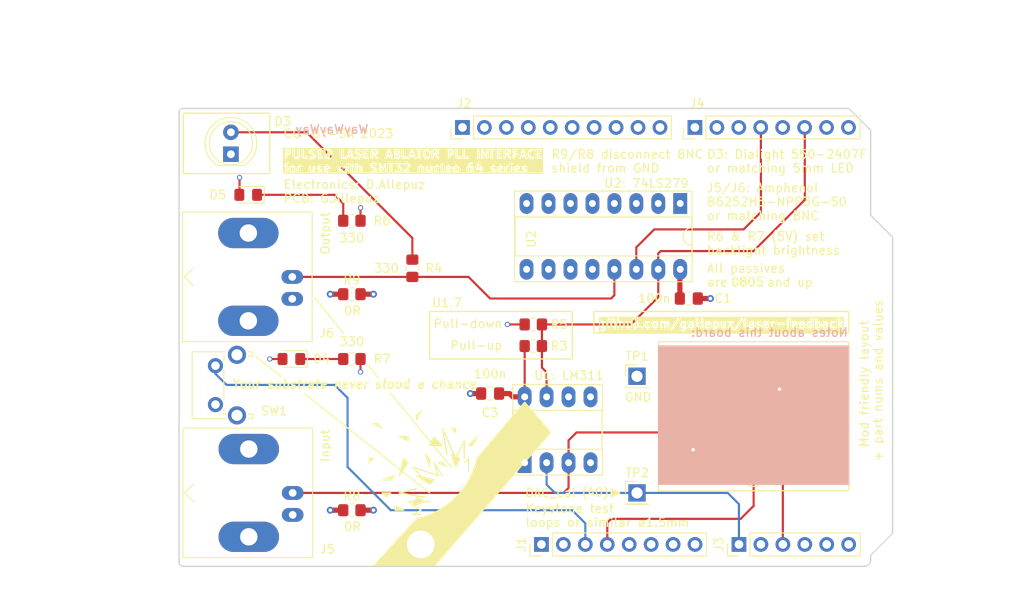
<source format=kicad_pcb>
(kicad_pcb (version 20221018) (generator pcbnew)
  (title_block (date "mar. 31 mars 2015"))
  (layers (0 "F.Cu" signal) (1 "In1.Cu" signal) (2 "In2.Cu" signal) (31 "B.Cu" signal) (34 "B.Paste" user) (35 "F.Paste" user) (36 "B.SilkS" user "B.Silkscreen") (37 "F.SilkS" user "F.Silkscreen") (38 "B.Mask" user) (39 "F.Mask" user) (44 "Edge.Cuts" user))
  (net 0 "")
  (net 1 "GND")
  (net 2 "Net-(D3-A)")
  (net 3 "+5V")
  (net 4 "/IOREF")
  (net 5 "/A0")
  (net 6 "/A1")
  (net 7 "/A2")
  (net 8 "/A3")
  (net 9 "/13")
  (net 10 "/12")
  (net 11 "/AREF")
  (net 12 "/8")
  (net 13 "/7")
  (net 14 "/*11")
  (net 15 "/*10")
  (net 16 "/*9")
  (net 17 "/4")
  (net 18 "/2")
  (net 19 "/*6")
  (net 20 "/*5")
  (net 21 "/TX{slash}1")
  (net 22 "/*3")
  (net 23 "/RX{slash}0")
  (net 24 "+3V3")
  (net 25 "VCC")
  (net 26 "/~{RESET}")
  (net 32 "Net-(J5-In)")
  (net 33 "Net-(J6-In)")
  (net 36 "Net-(D4-K)")
  (net 37 "Net-(D5-K)")
  (net 38 "Net-(J5-Ext)")
  (net 39 "Net-(J6-Ext)")
  (footprint "Connector_PinHeader_2.54mm:PinHeader_1x08_P2.54mm_Vertical" (layer "F.Cu") (at 127.94 97.46 90)
    (fp_text reference "J1" (at 0 -2.33 90) (layer "F.SilkS"))
    (fp_text value "Power")
    (fp_line (start -1.33 -1.33) (end 0 -1.33) (stroke (width 0.12)) (layer "F.SilkS"))
    (fp_line (start -1.33 0) (end -1.33 -1.33) (stroke (width 0.12)) (layer "F.SilkS"))
    (fp_line (start -1.33 1.27) (end -1.33 19.11) (stroke (width 0.12)) (layer "F.SilkS"))
    (fp_line (start -1.33 1.27) (end 1.33 1.27) (stroke (width 0.12)) (layer "F.SilkS"))
    (fp_line (start -1.33 19.11) (end 1.33 19.11) (stroke (width 0.12)) (layer "F.SilkS"))
    (fp_line (start 1.33 1.27) (end 1.33 19.11) (stroke (width 0.12)) (layer "F.SilkS"))
    (pad "1" thru_hole rect locked (at 0 0 90) (size 1.7 1.7) (drill 1) (layers "*.Cu" "*.Mask"))
    (pad "2" thru_hole oval locked (at 0 2.54 90) (size 1.7 1.7) (drill 1) (layers "*.Cu" "*.Mask") (net 4 "/IOREF"))
    (pad "3" thru_hole oval locked (at 0 5.08 90) (size 1.7 1.7) (drill 1) (layers "*.Cu" "*.Mask") (net 26 "/~{RESET}"))
    (pad "4" thru_hole oval locked (at 0 7.62 90) (size 1.7 1.7) (drill 1) (layers "*.Cu" "*.Mask") (net 24 "+3V3"))
    (pad "5" thru_hole oval locked (at 0 10.16 90) (size 1.7 1.7) (drill 1) (layers "*.Cu" "*.Mask") (net 3 "+5V"))
    (pad "6" thru_hole oval locked (at 0 12.7 90) (size 1.7 1.7) (drill 1) (layers "*.Cu" "*.Mask") (net 1 "GND"))
    (pad "7" thru_hole oval locked (at 0 15.24 90) (size 1.7 1.7) (drill 1) (layers "*.Cu" "*.Mask") (net 1 "GND"))
    (pad "8" thru_hole oval locked (at 0 17.78 90) (size 1.7 1.7) (drill 1) (layers "*.Cu" "*.Mask") (net 25 "VCC"))
  )
  (footprint "Connector_PinHeader_2.54mm:PinHeader_1x06_P2.54mm_Vertical" (layer "F.Cu") (at 150.8 97.46 90)
    (fp_text reference "J3" (at 0 -2.33 90) (layer "F.SilkS"))
    (fp_text value "Analog")
    (fp_line (start -1.33 -1.33) (end 0 -1.33) (stroke (width 0.12)) (layer "F.SilkS"))
    (fp_line (start -1.33 0) (end -1.33 -1.33) (stroke (width 0.12)) (layer "F.SilkS"))
    (fp_line (start -1.33 1.27) (end -1.33 14.03) (stroke (width 0.12)) (layer "F.SilkS"))
    (fp_line (start -1.33 1.27) (end 1.33 1.27) (stroke (width 0.12)) (layer "F.SilkS"))
    (fp_line (start -1.33 14.03) (end 1.33 14.03) (stroke (width 0.12)) (layer "F.SilkS"))
    (fp_line (start 1.33 1.27) (end 1.33 14.03) (stroke (width 0.12)) (layer "F.SilkS"))
    (pad "1" thru_hole rect locked (at 0 0 90) (size 1.7 1.7) (drill 1) (layers "*.Cu" "*.Mask") (net 5 "/A0"))
    (pad "2" thru_hole oval locked (at 0 2.54 90) (size 1.7 1.7) (drill 1) (layers "*.Cu" "*.Mask") (net 6 "/A1"))
    (pad "3" thru_hole oval locked (at 0 5.08 90) (size 1.7 1.7) (drill 1) (layers "*.Cu" "*.Mask") (net 7 "/A2"))
    (pad "4" thru_hole oval locked (at 0 7.62 90) (size 1.7 1.7) (drill 1) (layers "*.Cu" "*.Mask") (net 8 "/A3"))
    (pad "5" thru_hole oval locked (at 0 10.16 90) (size 1.7 1.7) (drill 1) (layers "*.Cu" "*.Mask"))
    (pad "6" thru_hole oval locked (at 0 12.7 90) (size 1.7 1.7) (drill 1) (layers "*.Cu" "*.Mask"))
  )
  (footprint "Connector_PinHeader_2.54mm:PinHeader_1x10_P2.54mm_Vertical" (layer "F.Cu") (at 118.8 49.2 90)
    (fp_text reference "J2" (at 2.8 0.204) (layer "F.SilkS"))
    (fp_text value "Digital/PWM")
    (fp_line (start -1.33 -1.33) (end 0 -1.33) (stroke (width 0.12)) (layer "F.SilkS"))
    (fp_line (start -1.33 0) (end -1.33 -1.33) (stroke (width 0.12)) (layer "F.SilkS"))
    (fp_line (start -1.33 1.27) (end -1.33 24.19) (stroke (width 0.12)) (layer "F.SilkS"))
    (fp_line (start -1.33 1.27) (end 1.33 1.27) (stroke (width 0.12)) (layer "F.SilkS"))
    (fp_line (start -1.33 24.19) (end 1.33 24.19) (stroke (width 0.12)) (layer "F.SilkS"))
    (fp_line (start 1.33 1.27) (end 1.33 24.19) (stroke (width 0.12)) (layer "F.SilkS"))
    (pad "1" thru_hole rect locked (at 0 0 90) (size 1.7 1.7) (drill 1) (layers "*.Cu" "*.Mask"))
    (pad "2" thru_hole oval locked (at 0 2.54 90) (size 1.7 1.7) (drill 1) (layers "*.Cu" "*.Mask"))
    (pad "3" thru_hole oval locked (at 0 5.08 90) (size 1.7 1.7) (drill 1) (layers "*.Cu" "*.Mask") (net 11 "/AREF"))
    (pad "4" thru_hole oval locked (at 0 7.62 90) (size 1.7 1.7) (drill 1) (layers "*.Cu" "*.Mask") (net 1 "GND"))
    (pad "5" thru_hole oval locked (at 0 10.16 90) (size 1.7 1.7) (drill 1) (layers "*.Cu" "*.Mask") (net 9 "/13"))
    (pad "6" thru_hole oval locked (at 0 12.7 90) (size 1.7 1.7) (drill 1) (layers "*.Cu" "*.Mask") (net 10 "/12"))
    (pad "7" thru_hole oval locked (at 0 15.24 90) (size 1.7 1.7) (drill 1) (layers "*.Cu" "*.Mask") (net 14 "/*11"))
    (pad "8" thru_hole oval locked (at 0 17.78 90) (size 1.7 1.7) (drill 1) (layers "*.Cu" "*.Mask") (net 15 "/*10"))
    (pad "9" thru_hole oval locked (at 0 20.32 90) (size 1.7 1.7) (drill 1) (layers "*.Cu" "*.Mask") (net 16 "/*9"))
    (pad "10" thru_hole oval locked (at 0 22.86 90) (size 1.7 1.7) (drill 1) (layers "*.Cu" "*.Mask") (net 12 "/8"))
  )
  (footprint "Connector_PinHeader_2.54mm:PinHeader_1x08_P2.54mm_Vertical" (layer "F.Cu") (at 145.7 49.2 90)
    (fp_text reference "J4" (at 2.8 0.28) (layer "F.SilkS"))
    (fp_text value "Digital/PWM")
    (fp_line (start -1.33 -1.33) (end 0 -1.33) (stroke (width 0.12)) (layer "F.SilkS"))
    (fp_line (start -1.33 0) (end -1.33 -1.33) (stroke (width 0.12)) (layer "F.SilkS"))
    (fp_line (start -1.33 1.27) (end -1.33 19.11) (stroke (width 0.12)) (layer "F.SilkS"))
    (fp_line (start -1.33 1.27) (end 1.33 1.27) (stroke (width 0.12)) (layer "F.SilkS"))
    (fp_line (start -1.33 19.11) (end 1.33 19.11) (stroke (width 0.12)) (layer "F.SilkS"))
    (fp_line (start 1.33 1.27) (end 1.33 19.11) (stroke (width 0.12)) (layer "F.SilkS"))
    (pad "1" thru_hole rect locked (at 0 0 90) (size 1.7 1.7) (drill 1) (layers "*.Cu" "*.Mask") (net 13 "/7"))
    (pad "2" thru_hole oval locked (at 0 2.54 90) (size 1.7 1.7) (drill 1) (layers "*.Cu" "*.Mask") (net 19 "/*6"))
    (pad "3" thru_hole oval locked (at 0 5.08 90) (size 1.7 1.7) (drill 1) (layers "*.Cu" "*.Mask") (net 20 "/*5"))
    (pad "4" thru_hole oval locked (at 0 7.62 90) (size 1.7 1.7) (drill 1) (layers "*.Cu" "*.Mask") (net 17 "/4"))
    (pad "5" thru_hole oval locked (at 0 10.16 90) (size 1.7 1.7) (drill 1) (layers "*.Cu" "*.Mask") (net 22 "/*3"))
    (pad "6" thru_hole oval locked (at 0 12.7 90) (size 1.7 1.7) (drill 1) (layers "*.Cu" "*.Mask") (net 18 "/2"))
    (pad "7" thru_hole oval locked (at 0 15.24 90) (size 1.7 1.7) (drill 1) (layers "*.Cu" "*.Mask") (net 21 "/TX{slash}1"))
    (pad "8" thru_hole oval locked (at 0 17.78 90) (size 1.7 1.7) (drill 1) (layers "*.Cu" "*.Mask") (net 23 "/RX{slash}0"))
  )
  (footprint "Diode_SMD:D_SOD-123" (layer "F.Cu") (at 152.5 86.2 90)
    (fp_text reference "D1" (at -3.8 0 90) (layer "F.SilkS"))
    (fp_text value "1N5711" hide)
    (fp_line (start -2.36 -1) (end -2.36 1) (stroke (width 0.12)) (layer "F.SilkS"))
    (fp_line (start -2.36 -1) (end 1.65 -1) (stroke (width 0.12)) (layer "F.SilkS"))
    (fp_line (start -2.36 1) (end 1.65 1) (stroke (width 0.12)) (layer "F.SilkS"))
    (pad "1" smd roundrect (at -1.65 0 90) (size 0.9 1.2) (layers "F.Cu" "F.Paste" "F.Mask") (net 24 "+3V3"))
    (pad "2" smd roundrect (at 1.65 0 90) (size 0.9 1.2) (layers "F.Cu" "F.Paste" "F.Mask") (net 7 "/A2"))
  )
  (footprint "Connector_PinHeader_2.54mm:PinHeader_1x01_P2.54mm_Vertical" (layer "F.Cu") (at 139 91.5)
    (fp_text reference "TP2" (at 0 -2.33) (layer "F.SilkS"))
    (fp_text value "DAC_cal" (at -10 0) (layer "F.SilkS"))
    (fp_line (start -1.33 -1.33) (end 0 -1.33) (stroke (width 0.12)) (layer "F.SilkS"))
    (fp_line (start -1.33 0) (end -1.33 -1.33) (stroke (width 0.12)) (layer "F.SilkS"))
    (fp_line (start -1.33 1.27) (end -1.33 1.33) (stroke (width 0.12)) (layer "F.SilkS"))
    (fp_line (start -1.33 1.27) (end 1.33 1.27) (stroke (width 0.12)) (layer "F.SilkS"))
    (fp_line (start -1.33 1.33) (end 1.33 1.33) (stroke (width 0.12)) (layer "F.SilkS"))
    (fp_line (start 1.33 1.27) (end 1.33 1.33) (stroke (width 0.12)) (layer "F.SilkS"))
    (pad "1" thru_hole rect (at 0 0) (size 2 2) (drill 1.3) (layers "*.Cu" "*.Mask") (net 5 "/A0"))
  )
  (footprint "Button_Switch_THT:SW_Tactile_SPST_Angled_PTS645Vx39-2LFS" (layer "F.Cu") (at 90.2125 81.275 90)
    (fp_text reference "SW1" (at -0.725 6.7875 180) (layer "F.SilkS"))
    (fp_text value "SW_Push")
    (fp_line (start -1.61 -2.7) (end -1.61 1.2) (stroke (width 0.12)) (layer "F.SilkS"))
    (fp_line (start -1.61 -2.7) (end 6.11 -2.7) (stroke (width 0.12)) (layer "F.SilkS"))
    (fp_line (start -1.61 3.8) (end -1.61 4.31) (stroke (width 0.12)) (layer "F.SilkS"))
    (fp_line (start -1.61 4.31) (end -1.09 4.31) (stroke (width 0.12)) (layer "F.SilkS"))
    (fp_line (start -1.09 0.97) (end -1.09 1.2) (stroke (width 0.12)) (layer "F.SilkS"))
    (fp_line (start -1.09 0.97) (end -0.55 0.97) (stroke (width 0.12)) (layer "F.SilkS"))
    (fp_line (start -1.09 3.8) (end -1.09 4.31) (stroke (width 0.12)) (layer "F.SilkS"))
    (fp_line (start 0.55 0.97) (end 3.95 0.97) (stroke (width 0.12)) (layer "F.SilkS"))
    (fp_line (start 5.05 0.97) (end 5.59 0.97) (stroke (width 0.12)) (layer "F.SilkS"))
    (fp_line (start 5.59 0.97) (end 5.59 1.2) (stroke (width 0.12)) (layer "F.SilkS"))
    (fp_line (start 5.59 3.8) (end 5.59 4.31) (stroke (width 0.12)) (layer "F.SilkS"))
    (fp_line (start 5.59 4.31) (end 6.11 4.31) (stroke (width 0.12)) (layer "F.SilkS"))
    (fp_line (start 6.11 -2.7) (end 6.11 1.2) (stroke (width 0.12)) (layer "F.SilkS"))
    (fp_line (start 6.11 3.8) (end 6.11 4.31) (stroke (width 0.12)) (layer "F.SilkS"))
    (pad "" thru_hole circle (at -1.25 2.49 90) (size 2.1 2.1) (drill 1.3) (layers "*.Cu" "*.Mask"))
    (pad "" thru_hole circle (at 5.76 2.49 90) (size 2.1 2.1) (drill 1.3) (layers "*.Cu" "*.Mask"))
    (pad "1" thru_hole circle (at 0 0 90) (size 1.75 1.75) (drill 0.99) (layers "*.Cu" "*.Mask") (net 1 "GND"))
    (pad "2" thru_hole circle (at 4.5 0 90) (size 1.75 1.75) (drill 0.99) (layers "*.Cu" "*.Mask") (net 26 "/~{RESET}"))
  )
  (footprint "LED_THT:LED_D5.0mm" (layer "F.Cu") (at 92 52.3 90)
    (fp_text reference "D3" (at 3.8 6 180) (layer "F.SilkS"))
    (fp_text value "LED")
    (fp_line (start -1.29 -1.545) (end -1.29 1.545) (stroke (width 0.12)) (layer "F.SilkS"))
    (fp_arc (start -1.29 -1.54483) (mid 2.072002 -2.880433) (end 4.26 0.000462) (stroke (width 0.12)) (layer "F.SilkS"))
    (fp_arc (start 4.26 -0.000462) (mid 2.072002 2.880433) (end -1.29 1.54483) (stroke (width 0.12)) (layer "F.SilkS"))
    (fp_circle (center 1.27 0) (end 3.77 0) (stroke (width 0.12)) (fill none) (layer "F.SilkS"))
    (pad "1" thru_hole rect (at 0 0 90) (size 1.8 1.8) (drill 0.9) (layers "*.Cu" "*.Mask") (net 1 "GND"))
    (pad "2" thru_hole circle (at 2.54 0 90) (size 1.8 1.8) (drill 0.9) (layers "*.Cu" "*.Mask") (net 2 "Net-(D3-A)"))
  )
  (footprint "Resistor_SMD:R_0805_2012Metric_Pad1.20x1.40mm_HandSolder" (layer "F.Cu") (at 106 76)
    (fp_text reference "R7" (at 3.5 0) (layer "F.SilkS"))
    (fp_text value "330" (at 0 -2) (layer "F.SilkS"))
    (fp_line (start -0.227064 -0.735) (end 0.227064 -0.735) (stroke (width 0.12)) (layer "F.SilkS"))
    (fp_line (start -0.227064 0.735) (end 0.227064 0.735) (stroke (width 0.12)) (layer "F.SilkS"))
    (pad "1" smd roundrect (at -1 0) (size 1.2 1.4) (layers "F.Cu" "F.Paste" "F.Mask") (roundrect_rratio 0.2083333333) (net 36 "Net-(D4-K)"))
    (pad "2" smd roundrect (at 1 0) (size 1.2 1.4) (layers "F.Cu" "F.Paste" "F.Mask") (roundrect_rratio 0.2083333333) (net 1 "GND"))
  )
  (footprint "Diode_SMD:D_SOD-123" (layer "F.Cu") (at 155.5 82.85 90)
    (fp_text reference "D2" (at -3.65 0 90) (layer "F.SilkS"))
    (fp_text value "1N5711" hide)
    (fp_line (start -2.36 -1) (end -2.36 1) (stroke (width 0.12)) (layer "F.SilkS"))
    (fp_line (start -2.36 -1) (end 1.65 -1) (stroke (width 0.12)) (layer "F.SilkS"))
    (fp_line (start -2.36 1) (end 1.65 1) (stroke (width 0.12)) (layer "F.SilkS"))
    (pad "1" smd roundrect (at -1.65 0 90) (size 0.9 1.2) (layers "F.Cu" "F.Paste" "F.Mask") (net 7 "/A2"))
    (pad "2" smd roundrect (at 1.65 0 90) (size 0.9 1.2) (layers "F.Cu" "F.Paste" "F.Mask") (net 1 "GND"))
  )
  (footprint "Connector_Coaxial:BNC_Amphenol_B6252HB-NPP3G-50_Horizontal" (layer "F.Cu") (at 99.15 91.5 90)
    (fp_text reference "J5" (at -6.5 4 180) (layer "F.SilkS"))
    (fp_text value "Conn_Coaxial")
    (fp_line (start -7.5 -12.7) (end 7.5 -12.7) (stroke (width 0.12)) (layer "F.SilkS"))
    (fp_line (start -7.5 2.3) (end -7.5 -12.7) (stroke (width 0.12)) (layer "F.SilkS"))
    (fp_line (start 0 -12.5) (end -1 -11.5) (stroke (width 0.12)) (layer "F.SilkS"))
    (fp_line (start 0 -12.5) (end 1 -11.5) (stroke (width 0.12)) (layer "F.SilkS"))
    (fp_line (start 7.5 -12.7) (end 7.5 2.3) (stroke (width 0.12)) (layer "F.SilkS"))
    (fp_line (start 7.5 2.3) (end -7.5 2.3) (stroke (width 0.12)) (layer "F.SilkS"))
    (pad "1" thru_hole oval (at 0 0 90) (size 1.6 2.5) (drill 0.89) (layers "*.Cu" "*.Mask") (net 32 "Net-(J5-In)"))
    (pad "2" thru_hole oval (at -5.08 -5.08 90) (size 3.5 7) (drill 2.01) (layers "*.Cu" "*.Mask") (net 38 "Net-(J5-Ext)"))
    (pad "2" thru_hole oval (at -2.54 0 90) (size 1.6 2.5) (drill 0.89) (layers "*.Cu" "*.Mask") (net 38 "Net-(J5-Ext)"))
    (pad "2" thru_hole oval (at 5.08 -5.08 90) (size 3.5 7) (drill 2.01) (layers "*.Cu" "*.Mask") (net 38 "Net-(J5-Ext)"))
  )
  (footprint "LED_SMD:LED_0805_2012Metric_Pad1.15x1.40mm_HandSolder" (layer "F.Cu") (at 94 57 180)
    (fp_text reference "D5" (at 3.525 0) (layer "F.SilkS"))
    (fp_text value "LED")
    (fp_line (start -1.86 -0.96) (end -1.86 0.96) (stroke (width 0.12)) (layer "F.SilkS"))
    (fp_line (start -1.86 0.96) (end 1 0.96) (stroke (width 0.12)) (layer "F.SilkS"))
    (fp_line (start 1 -0.96) (end -1.86 -0.96) (stroke (width 0.12)) (layer "F.SilkS"))
    (pad "1" smd roundrect (at -1.025 0 180) (size 1.15 1.4) (layers "F.Cu" "F.Paste" "F.Mask") (roundrect_rratio 0.2173913043) (net 37 "Net-(D5-K)"))
    (pad "2" smd roundrect (at 1.025 0 180) (size 1.15 1.4) (layers "F.Cu" "F.Paste" "F.Mask") (roundrect_rratio 0.2173913043) (net 3 "+5V"))
  )
  (footprint "Resistor_SMD:R_0805_2012Metric_Pad1.20x1.40mm_HandSolder" (layer "F.Cu") (at 113 65.5 90)
    (fp_text reference "R4" (at 0 2.5 180) (layer "F.SilkS"))
    (fp_text value "330" (at 0 -3 180) (layer "F.SilkS"))
    (fp_line (start -0.227064 -0.735) (end 0.227064 -0.735) (stroke (width 0.12)) (layer "F.SilkS"))
    (fp_line (start -0.227064 0.735) (end 0.227064 0.735) (stroke (width 0.12)) (layer "F.SilkS"))
    (pad "1" smd roundrect (at -1 0 90) (size 1.2 1.4) (layers "F.Cu" "F.Paste" "F.Mask") (roundrect_rratio 0.2083333333) (net 33 "Net-(J6-In)"))
    (pad "2" smd roundrect (at 1 0 90) (size 1.2 1.4) (layers "F.Cu" "F.Paste" "F.Mask") (roundrect_rratio 0.2083333333) (net 2 "Net-(D3-A)"))
  )
  (footprint "Package_DIP:DIP-16_W7.62mm_Socket_LongPads" (layer "F.Cu") (at 144 58 -90)
    (fp_text reference "U2" (at 4.12 17.24 90) (layer "F.SilkS"))
    (fp_text value "74LS279")
    (fp_line (start -1.44 -1.39) (end -1.44 19.17) (stroke (width 0.12)) (layer "F.SilkS"))
    (fp_line (start -1.44 19.17) (end 9.06 19.17) (stroke (width 0.12)) (layer "F.SilkS"))
    (fp_line (start 1.56 -1.33) (end 1.56 19.11) (stroke (width 0.12)) (layer "F.SilkS"))
    (fp_line (start 1.56 19.11) (end 6.06 19.11) (stroke (width 0.12)) (layer "F.SilkS"))
    (fp_line (start 2.81 -1.33) (end 1.56 -1.33) (stroke (width 0.12)) (layer "F.SilkS"))
    (fp_line (start 6.06 -1.33) (end 4.81 -1.33) (stroke (width 0.12)) (layer "F.SilkS"))
    (fp_line (start 6.06 19.11) (end 6.06 -1.33) (stroke (width 0.12)) (layer "F.SilkS"))
    (fp_line (start 9.06 -1.39) (end -1.44 -1.39) (stroke (width 0.12)) (layer "F.SilkS"))
    (fp_line (start 9.06 19.17) (end 9.06 -1.39) (stroke (width 0.12)) (layer "F.SilkS"))
    (fp_arc (start 4.81 -1.33) (mid 3.81 -0.33) (end 2.81 -1.33) (stroke (width 0.12)) (layer "F.SilkS"))
    (pad "1" thru_hole rect (at 0 0 270) (size 2.4 1.6) (drill 0.8) (layers "*.Cu" "*.Mask"))
    (pad "2" thru_hole oval (at 0 2.54 270) (size 2.4 1.6) (drill 0.8) (layers "*.Cu" "*.Mask"))
    (pad "3" thru_hole oval (at 0 5.08 270) (size 2.4 1.6) (drill 0.8) (layers "*.Cu" "*.Mask"))
    (pad "4" thru_hole oval (at 0 7.62 270) (size 2.4 1.6) (drill 0.8) (layers "*.Cu" "*.Mask"))
    (pad "5" thru_hole oval (at 0 10.16 270) (size 2.4 1.6) (drill 0.8) (layers "*.Cu" "*.Mask"))
    (pad "6" thru_hole oval (at 0 12.7 270) (size 2.4 1.6) (drill 0.8) (layers "*.Cu" "*.Mask"))
    (pad "7" thru_hole oval (at 0 15.24 270) (size 2.4 1.6) (drill 0.8) (layers "*.Cu" "*.Mask"))
    (pad "8" thru_hole oval (at 0 17.78 270) (size 2.4 1.6) (drill 0.8) (layers "*.Cu" "*.Mask") (net 1 "GND"))
    (pad "9" thru_hole oval (at 7.62 17.78 270) (size 2.4 1.6) (drill 0.8) (layers "*.Cu" "*.Mask"))
    (pad "10" thru_hole oval (at 7.62 15.24 270) (size 2.4 1.6) (drill 0.8) (layers "*.Cu" "*.Mask"))
    (pad "11" thru_hole oval (at 7.62 12.7 270) (size 2.4 1.6) (drill 0.8) (layers "*.Cu" "*.Mask"))
    (pad "12" thru_hole oval (at 7.62 10.16 270) (size 2.4 1.6) (drill 0.8) (layers "*.Cu" "*.Mask"))
    (pad "13" thru_hole oval (at 7.62 7.62 270) (size 2.4 1.6) (drill 0.8) (layers "*.Cu" "*.Mask") (net 33 "Net-(J6-In)"))
    (pad "14" thru_hole oval (at 7.62 5.08 270) (size 2.4 1.6) (drill 0.8) (layers "*.Cu" "*.Mask") (net 17 "/4"))
    (pad "15" thru_hole oval (at 7.62 2.54 270) (size 2.4 1.6) (drill 0.8) (layers "*.Cu" "*.Mask") (net 18 "/2"))
    (pad "16" thru_hole oval (at 7.62 0 270) (size 2.4 1.6) (drill 0.8) (layers "*.Cu" "*.Mask") (net 3 "+5V"))
  )
  (footprint "Resistor_SMD:R_0805_2012Metric_Pad1.20x1.40mm_HandSolder" (layer "F.Cu") (at 106 93.5)
    (fp_text reference "R8" (at 0 -1.65) (layer "F.SilkS"))
    (fp_text value "0")
    (fp_line (start -0.227064 -0.735) (end 0.227064 -0.735) (stroke (width 0.12)) (layer "F.SilkS"))
    (fp_line (start -0.227064 0.735) (end 0.227064 0.735) (stroke (width 0.12)) (layer "F.SilkS"))
    (pad "1" smd roundrect (at -1 0) (size 1.2 1.4) (layers "F.Cu" "F.Paste" "F.Mask") (roundrect_rratio 0.2083333333) (net 38 "Net-(J5-Ext)"))
    (pad "2" smd roundrect (at 1 0) (size 1.2 1.4) (layers "F.Cu" "F.Paste" "F.Mask") (roundrect_rratio 0.2083333333) (net 1 "GND"))
  )
  (footprint "Resistor_SMD:R_0805_2012Metric_Pad1.20x1.40mm_HandSolder" (layer "F.Cu") (at 127 74.5)
    (fp_text reference "R3" (at 3 0) (layer "F.SilkS"))
    (fp_text value "10k")
    (fp_line (start -0.227064 -0.735) (end 0.227064 -0.735) (stroke (width 0.12)) (layer "F.SilkS"))
    (fp_line (start -0.227064 0.735) (end 0.227064 0.735) (stroke (width 0.12)) (layer "F.SilkS"))
    (pad "1" smd roundrect (at -1 0) (size 1.2 1.4) (layers "F.Cu" "F.Paste" "F.Mask") (roundrect_rratio 0.2083333333) (net 3 "+5V"))
    (pad "2" smd roundrect (at 1 0) (size 1.2 1.4) (layers "F.Cu" "F.Paste" "F.Mask") (roundrect_rratio 0.2083333333) (net 18 "/2"))
  )
  (footprint "Package_DIP:DIP-8_W7.62mm_Socket_LongPads" (layer "F.Cu") (at 126 88 90)
    (fp_text reference "U1" (at 2.5 -2.33 90) (layer "F.SilkS"))
    (fp_text value "LM311")
    (fp_line (start -1.44 -1.39) (end -1.44 9.01) (stroke (width 0.12)) (layer "F.SilkS"))
    (fp_line (start -1.44 9.01) (end 9.06 9.01) (stroke (width 0.12)) (layer "F.SilkS"))
    (fp_line (start 1.56 -1.33) (end 1.56 8.95) (stroke (width 0.12)) (layer "F.SilkS"))
    (fp_line (start 1.56 8.95) (end 6.06 8.95) (stroke (width 0.12)) (layer "F.SilkS"))
    (fp_line (start 2.81 -1.33) (end 1.56 -1.33) (stroke (width 0.12)) (layer "F.SilkS"))
    (fp_line (start 6.06 -1.33) (end 4.81 -1.33) (stroke (width 0.12)) (layer "F.SilkS"))
    (fp_line (start 6.06 8.95) (end 6.06 -1.33) (stroke (width 0.12)) (layer "F.SilkS"))
    (fp_line (start 9.06 -1.39) (end -1.44 -1.39) (stroke (width 0.12)) (layer "F.SilkS"))
    (fp_line (start 9.06 9.01) (end 9.06 -1.39) (stroke (width 0.12)) (layer "F.SilkS"))
    (fp_arc (start 4.81 -1.33) (mid 3.81 -0.33) (end 2.81 -1.33) (stroke (width 0.12)) (layer "F.SilkS"))
    (pad "1" thru_hole rect (at 0 0 90) (size 2.4 1.6) (drill 0.8) (layers "*.Cu" "*.Mask") (net 1 "GND"))
    (pad "2" thru_hole oval (at 0 2.54 90) (size 2.4 1.6) (drill 0.8) (layers "*.Cu" "*.Mask") (net 5 "/A0"))
    (pad "3" thru_hole oval (at 0 5.08 90) (size 2.4 1.6) (drill 0.8) (layers "*.Cu" "*.Mask") (net 32 "Net-(J5-In)"))
    (pad "4" thru_hole oval (at 0 7.62 90) (size 2.4 1.6) (drill 0.8) (layers "*.Cu" "*.Mask") (net 1 "GND"))
    (pad "5" thru_hole oval (at 7.62 7.62 90) (size 2.4 1.6) (drill 0.8) (layers "*.Cu" "*.Mask"))
    (pad "6" thru_hole oval (at 7.62 5.08 90) (size 2.4 1.6) (drill 0.8) (layers "*.Cu" "*.Mask"))
    (pad "7" thru_hole oval (at 7.62 2.54 90) (size 2.4 1.6) (drill 0.8) (layers "*.Cu" "*.Mask") (net 18 "/2"))
    (pad "8" thru_hole oval (at 7.62 0 90) (size 2.4 1.6) (drill 0.8) (layers "*.Cu" "*.Mask") (net 3 "+5V"))
  )
  (footprint "Arduino_MountingHole:MountingHole_3.2mm" (layer "F.Cu") (at 115.24 49.2)
    (fp_text reference "MH1" hide)
    (fp_text value "MountingHole_3.2mm" hide)
    (pad "" np_thru_hole circle locked (at 0 0) (size 3.2 3.2) (drill 3.2) (layers "*.Cu" "*.Mask"))
  )
  (footprint "LED_SMD:LED_0805_2012Metric_Pad1.15x1.40mm_HandSolder" (layer "F.Cu") (at 99 76 180)
    (fp_text reference "D4" (at -3.5 0) (layer "F.SilkS"))
    (fp_text value "LED")
    (fp_line (start -1.86 -0.96) (end -1.86 0.96) (stroke (width 0.12)) (layer "F.SilkS"))
    (fp_line (start -1.86 0.96) (end 1 0.96) (stroke (width 0.12)) (layer "F.SilkS"))
    (fp_line (start 1 -0.96) (end -1.86 -0.96) (stroke (width 0.12)) (layer "F.SilkS"))
    (pad "1" smd roundrect (at -1.025 0 180) (size 1.15 1.4) (layers "F.Cu" "F.Paste" "F.Mask") (roundrect_rratio 0.2173913043) (net 36 "Net-(D4-K)"))
    (pad "2" smd roundrect (at 1.025 0 180) (size 1.15 1.4) (layers "F.Cu" "F.Paste" "F.Mask") (roundrect_rratio 0.2173913043) (net 3 "+5V"))
  )
  (footprint "Resistor_SMD:R_0805_2012Metric_Pad1.20x1.40mm_HandSolder" (layer "F.Cu") (at 148 84.5)
    (fp_text reference "R1" (at 0 -2 180) (layer "F.SilkS"))
    (fp_text value "1M" hide)
    (fp_line (start -0.227064 -0.735) (end 0.227064 -0.735) (stroke (width 0.12)) (layer "F.SilkS"))
    (fp_line (start -0.227064 0.735) (end 0.227064 0.735) (stroke (width 0.12)) (layer "F.SilkS"))
    (pad "1" smd roundrect (at -1 0) (size 1.2 1.4) (layers "F.Cu" "F.Paste" "F.Mask") (roundrect_rratio 0.2083333333) (net 32 "Net-(J5-In)"))
    (pad "2" smd roundrect (at 1 0) (size 1.2 1.4) (layers "F.Cu" "F.Paste" "F.Mask") (roundrect_rratio 0.2083333333) (net 7 "/A2"))
  )
  (footprint "Connector_PinHeader_2.54mm:PinHeader_1x01_P2.54mm_Vertical" (layer "F.Cu") (at 139 78)
    (fp_text reference "TP1" (at 0 -2.33) (layer "F.SilkS"))
    (fp_text value "GND_hook")
    (fp_line (start -1.33 -1.33) (end 0 -1.33) (stroke (width 0.12)) (layer "F.SilkS"))
    (fp_line (start -1.33 0) (end -1.33 -1.33) (stroke (width 0.12)) (layer "F.SilkS"))
    (fp_line (start -1.33 1.27) (end -1.33 1.33) (stroke (width 0.12)) (layer "F.SilkS"))
    (fp_line (start -1.33 1.27) (end 1.33 1.27) (stroke (width 0.12)) (layer "F.SilkS"))
    (fp_line (start -1.33 1.33) (end 1.33 1.33) (stroke (width 0.12)) (layer "F.SilkS"))
    (fp_line (start 1.33 1.27) (end 1.33 1.33) (stroke (width 0.12)) (layer "F.SilkS"))
    (pad "1" thru_hole rect (at 0 0) (size 2 2) (drill 1.3) (layers "*.Cu" "*.Mask") (net 1 "GND"))
  )
  (footprint "Capacitor_SMD:C_0805_2012Metric_Pad1.18x1.45mm_HandSolder" (layer "F.Cu") (at 122 80 180)
    (fp_text reference "C3" (at 0 -2.22 180) (layer "F.SilkS"))
    (fp_text value "100n" (at 0 2.28 180) (layer "F.SilkS"))
    (fp_line (start -0.261252 -0.735) (end 0.261252 -0.735) (stroke (width 0.12)) (layer "F.SilkS"))
    (fp_line (start -0.261252 0.735) (end 0.261252 0.735) (stroke (width 0.12)) (layer "F.SilkS"))
    (pad "1" smd roundrect (at -1.0375 0 180) (size 1.175 1.45) (layers "F.Cu" "F.Paste" "F.Mask") (roundrect_rratio 0.2127659574) (net 3 "+5V"))
    (pad "2" smd roundrect (at 1.0375 0 180) (size 1.175 1.45) (layers "F.Cu" "F.Paste" "F.Mask") (roundrect_rratio 0.2127659574) (net 1 "GND"))
  )
  (footprint "Resistor_SMD:R_0805_2012Metric_Pad1.20x1.40mm_HandSolder" (layer "F.Cu") (at 106 68.5)
    (fp_text reference "R9" (at 0 -1.65) (layer "F.SilkS"))
    (fp_text value "0")
    (fp_line (start -0.227064 -0.735) (end 0.227064 -0.735) (stroke (width 0.12)) (layer "F.SilkS"))
    (fp_line (start -0.227064 0.735) (end 0.227064 0.735) (stroke (width 0.12)) (layer "F.SilkS"))
    (pad "1" smd roundrect (at -1 0) (size 1.2 1.4) (layers "F.Cu" "F.Paste" "F.Mask") (roundrect_rratio 0.2083333333) (net 39 "Net-(J6-Ext)"))
    (pad "2" smd roundrect (at 1 0) (size 1.2 1.4) (layers "F.Cu" "F.Paste" "F.Mask") (roundrect_rratio 0.2083333333) (net 1 "GND"))
  )
  (footprint "Resistor_SMD:R_0805_2012Metric_Pad1.20x1.40mm_HandSolder" (layer "F.Cu") (at 127 72 180)
    (fp_text reference "R5" (at -3 0) (layer "F.SilkS"))
    (fp_text value "10k")
    (fp_line (start -0.227064 -0.735) (end 0.227064 -0.735) (stroke (width 0.12)) (layer "F.SilkS"))
    (fp_line (start -0.227064 0.735) (end 0.227064 0.735) (stroke (width 0.12)) (layer "F.SilkS"))
    (pad "1" smd roundrect (at -1 0 180) (size 1.2 1.4) (layers "F.Cu" "F.Paste" "F.Mask") (roundrect_rratio 0.2083333333) (net 18 "/2"))
    (pad "2" smd roundrect (at 1 0 180) (size 1.2 1.4) (layers "F.Cu" "F.Paste" "F.Mask") (roundrect_rratio 0.2083333333) (net 1 "GND"))
  )
  (footprint "Arduino_MountingHole:MountingHole_3.2mm" (layer "F.Cu") (at 113.97 97.46)
    (fp_text reference "MH2" hide)
    (fp_text value "MountingHole_3.2mm" hide)
    (pad "" np_thru_hole circle locked (at 0 0) (size 3.2 3.2) (drill 3.2) (layers "*.Cu" "*.Mask"))
  )
  (footprint "Resistor_SMD:R_0805_2012Metric_Pad1.20x1.40mm_HandSolder" (layer "F.Cu") (at 106 60 180)
    (fp_text reference "R6" (at -3.5 0) (layer "F.SilkS"))
    (fp_text value "330" (at 0 -2) (layer "F.SilkS"))
    (fp_line (start -0.227064 -0.735) (end 0.227064 -0.735) (stroke (width 0.12)) (layer "F.SilkS"))
    (fp_line (start -0.227064 0.735) (end 0.227064 0.735) (stroke (width 0.12)) (layer "F.SilkS"))
    (pad "1" smd roundrect (at -1 0 180) (size 1.2 1.4) (layers "F.Cu" "F.Paste" "F.Mask") (roundrect_rratio 0.2083333333) (net 1 "GND"))
    (pad "2" smd roundrect (at 1 0 180) (size 1.2 1.4) (layers "F.Cu" "F.Paste" "F.Mask") (roundrect_rratio 0.2083333333) (net 37 "Net-(D5-K)"))
  )
  (footprint "Arduino_MountingHole:MountingHole_3.2mm" (layer "F.Cu") (at 166.04 64.44)
    (fp_text reference "MH3" hide)
    (fp_text value "MountingHole_3.2mm" hide)
    (pad "" np_thru_hole circle locked (at 0 0) (size 3.2 3.2) (drill 3.2) (layers "*.Cu" "*.Mask"))
  )
  (footprint "Arduino_MountingHole:MountingHole_3.2mm" (layer "F.Cu") (at 166.04 92.38)
    (fp_text reference "MH4" hide)
    (fp_text value "MountingHole_3.2mm" hide)
    (pad "" np_thru_hole circle locked (at 0 0) (size 3.2 3.2) (drill 3.2) (layers "*.Cu" "*.Mask"))
  )
  (footprint "Resistor_SMD:R_0805_2012Metric_Pad1.20x1.40mm_HandSolder" (layer "F.Cu") (at 143.5 85.5 -90)
    (fp_text reference "R2" (at 3.5 0 -90) (layer "F.SilkS"))
    (fp_text value "1M" hide)
    (fp_line (start -0.227064 -0.735) (end 0.227064 -0.735) (stroke (width 0.12)) (layer "F.SilkS"))
    (fp_line (start -0.227064 0.735) (end 0.227064 0.735) (stroke (width 0.12)) (layer "F.SilkS"))
    (pad "1" smd roundrect (at -1 0 270) (size 1.2 1.4) (layers "F.Cu" "F.Paste" "F.Mask") (roundrect_rratio 0.2083333333) (net 32 "Net-(J5-In)"))
    (pad "2" smd roundrect (at 1 0 270) (size 1.2 1.4) (layers "F.Cu" "F.Paste" "F.Mask") (roundrect_rratio 0.2083333333) (net 1 "GND"))
  )
  (footprint "Connector_Coaxial:BNC_Amphenol_B6252HB-NPP3G-50_Horizontal" (layer "F.Cu") (at 99.1 66.5 90)
    (fp_text reference "J6" (at -6.5 4 180) (layer "F.SilkS"))
    (fp_text value "Conn_Coaxial")
    (fp_line (start -7.5 -12.7) (end 7.5 -12.7) (stroke (width 0.12)) (layer "F.SilkS"))
    (fp_line (start -7.5 2.3) (end -7.5 -12.7) (stroke (width 0.12)) (layer "F.SilkS"))
    (fp_line (start 0 -12.5) (end -1 -11.5) (stroke (width 0.12)) (layer "F.SilkS"))
    (fp_line (start 0 -12.5) (end 1 -11.5) (stroke (width 0.12)) (layer "F.SilkS"))
    (fp_line (start 7.5 -12.7) (end 7.5 2.3) (stroke (width 0.12)) (layer "F.SilkS"))
    (fp_line (start 7.5 2.3) (end -7.5 2.3) (stroke (width 0.12)) (layer "F.SilkS"))
    (pad "1" thru_hole oval (at 0 0 90) (size 1.6 2.5) (drill 0.89) (layers "*.Cu" "*.Mask") (net 33 "Net-(J6-In)"))
    (pad "2" thru_hole oval (at -5.08 -5.08 90) (size 3.5 7) (drill 2.01) (layers "*.Cu" "*.Mask") (net 39 "Net-(J6-Ext)"))
    (pad "2" thru_hole oval (at -2.54 0 90) (size 1.6 2.5) (drill 0.89) (layers "*.Cu" "*.Mask") (net 39 "Net-(J6-Ext)"))
    (pad "2" thru_hole oval (at 5.08 -5.08 90) (size 3.5 7) (drill 2.01) (layers "*.Cu" "*.Mask") (net 39 "Net-(J6-Ext)"))
  )
  (footprint "Capacitor_SMD:C_0805_2012Metric_Pad1.18x1.45mm_HandSolder" (layer "F.Cu") (at 145 69)
    (fp_text reference "C1" (at 3.95 0) (layer "F.SilkS"))
    (fp_text value "100n" (at -4 0) (layer "F.SilkS"))
    (fp_line (start -0.261252 -0.735) (end 0.261252 -0.735) (stroke (width 0.12)) (layer "F.SilkS"))
    (fp_line (start -0.261252 0.735) (end 0.261252 0.735) (stroke (width 0.12)) (layer "F.SilkS"))
    (pad "1" smd roundrect (at -1.0375 0) (size 1.175 1.45) (layers "F.Cu" "F.Paste" "F.Mask") (roundrect_rratio 0.2127659574) (net 3 "+5V"))
    (pad "2" smd roundrect (at 1.0375 0) (size 1.175 1.45) (layers "F.Cu" "F.Paste" "F.Mask") (roundrect_rratio 0.2127659574) (net 1 "GND"))
  )
  (gr_rect (start 141.5 74.5) (end 163.5 90.5) (stroke (width 0.15)) (fill solid) (layer "B.SilkS"))
  (gr_line (start 115.5 88) (end 116 89.5) (stroke (width 0.15)) (layer "F.SilkS"))
  (gr_line (start 159.5 77) (end 157.5 77) (stroke (width 0.15)) (layer "F.SilkS"))
  (gr_line (start 159 75) (end 158 75) (stroke (width 0.15)) (layer "F.SilkS"))
  (gr_line (start 97.8 78) (end 94.8 75.675) (stroke (width 0.15)) (layer "F.SilkS"))
  (gr_line (start 152 78) (end 152 76) (stroke (width 0.15)) (layer "F.SilkS"))
  (gr_line (start 158.5 76) (end 158.5 75) (stroke (width 0.15)) (layer "F.SilkS"))
  (gr_line (start 149.75 76) (end 152 76) (stroke (width 0.15)) (layer "F.SilkS"))
  (gr_line (start 159.5 79) (end 157.5 79) (stroke (width 0.15)) (layer "F.SilkS"))
  (gr_poly (pts (xy 115 88.5) (xy 114.5 87) (xy 115 87.5)) (stroke (width 0.15)) (fill solid) (layer "F.SilkS"))
  (gr_rect (start 141.5 74) (end 163.5 91.25) (stroke (width 0.15)) (fill none) (layer "F.SilkS"))
  (gr_poly (pts (xy 136 91) (xy 137 91.5) (xy 136 92)) (stroke (width 0.15)) (fill solid) (layer "F.SilkS"))
  (gr_line (start 158.5 81) (end 158.5 80) (stroke (width 0.15)) (layer "F.SilkS"))
  (gr_poly (pts (xy 110.5 91.5) (xy 110 92) (xy 109.5 91.5)) (stroke (width 0.15)) (fill solid) (layer "F.SilkS"))
  (gr_rect (start 150 77) (end 151 79) (stroke (width 0.15)) (fill none) (layer "F.SilkS"))
  (gr_line (start 150 81) (end 151 81) (stroke (width 0.15)) (layer "F.SilkS"))
  (gr_line (start 119 85.5) (end 119 87.5) (stroke (width 0.15)) (layer "F.SilkS"))
  (gr_line (start 116.5 89.5) (end 115.5 88) (stroke (width 0.15)) (layer "F.SilkS"))
  (gr_line (start 145.75 76) (end 144 76) (stroke (width 0.15)) (layer "F.SilkS"))
  (gr_line (start 114 93.5) (end 113 94) (stroke (width 0.15)) (layer "F.SilkS"))
  (gr_line (start 116 89.5) (end 113 88.5) (stroke (width 0.15)) (layer "F.SilkS"))
  (gr_poly (pts (xy 109 83.5) (xy 108.5 83.5) (xy 109.5 84)) (stroke (width 0.15)) (fill solid) (layer "F.SilkS"))
  (gr_poly (pts (xy 111 93) (xy 111 93.5) (xy 112 93.5)) (stroke (width 0.15)) (fill solid) (layer "F.SilkS"))
  (gr_line (start 155 78) (end 160.5 78) (stroke (width 0.15)) (layer "F.SilkS"))
  (gr_rect (start 153 77.5) (end 155 78.5) (stroke (width 0.15)) (fill none) (layer "F.SilkS"))
  (gr_line (start 117 87) (end 116.5 84) (stroke (width 0.15)) (layer "F.SilkS"))
  (gr_line (start 105 73) (end 101.7 68.9) (stroke (width 0.15)) (layer "F.SilkS"))
  (gr_poly (pts (xy 109.5 90) (xy 111 89.5) (xy 110.5 90)) (stroke (width 0.15)) (fill solid) (layer "F.SilkS"))
  (gr_line (start 159.5 76) (end 157.5 76) (stroke (width 0.15)) (layer "F.SilkS"))
  (gr_line (start 158 81) (end 159 81) (stroke (width 0.15)) (layer "F.SilkS"))
  (gr_line (start 157.5 76) (end 158.5 77) (stroke (width 0.15)) (layer "F.SilkS"))
  (gr_line (start 150.5 79) (end 150.5 81) (stroke (width 0.15)) (layer "F.SilkS"))
  (gr_line (start 109 78.1) (end 107.9 76.7) (stroke (width 0.15)) (layer "F.SilkS"))
  (gr_poly (pts (xy 114.5 92.5) (xy 113.5 92) (xy 113 93)) (stroke (width 0.15)) (fill solid) (layer "F.SilkS"))
  (gr_line (start 119.5 87.5) (end 119.5 89) (stroke (width 0.15)) (layer "F.SilkS"))
  (gr_poly (pts (xy 119.5 86) (xy 120 86) (xy 120.5 85)) (stroke (width 0.15)) (fill solid) (layer "F.SilkS"))
  (gr_poly (pts (xy 113.5 82.5) (xy 113.5 83) (xy 114 82)) (stroke (width 0.15)) (fill solid) (layer "F.SilkS"))
  (gr_line (start 158.5 78) (end 158.5 79) (stroke (width 0.15)) (layer "F.SilkS"))
  (gr_line (start 159.5 80) (end 157.5 80) (stroke (width 0.15)) (layer "F.SilkS"))
  (gr_line (start 158 75) (end 158.5 74.5) (stroke (width 0.15)) (layer "F.SilkS"))
  (gr_poly (pts (xy 116.5 88) (xy 116 88) (xy 117 88.5)) (stroke (width 0.15)) (fill solid) (layer "F.SilkS"))
  (gr_line (start 151 81) (end 150.5 81.5) (stroke (width 0.15)) (layer "F.SilkS"))
  (gr_line (start 150.5 81.5) (end 150 81) (stroke (width 0.15)) (layer "F.SilkS"))
  (gr_line (start 150.5 77) (end 150.5 76) (stroke (width 0.15)) (layer "F.SilkS"))
  (gr_line (start 113 94) (end 114 94) (stroke (width 0.15)) (layer "F.SilkS"))
  (gr_poly (pts (xy 112.5 85.5) (xy 112.5 85) (xy 111.5 85)) (stroke (width 0.15)) (fill solid) (layer "F.SilkS"))
  (gr_line (start 157.5 79) (end 158.5 80) (stroke (width 0.15)) (layer "F.SilkS"))
  (gr_line (start 111.5 91.5) (end 114.5 92) (stroke (width 0.15)) (layer "F.SilkS"))
  (gr_line (start 158.5 74.5) (end 159 75) (stroke (width 0.15)) (layer "F.SilkS"))
  (gr_line (start 117.5 88.5) (end 110.5 80) (stroke (width 0.15)) (layer "F.SilkS"))
  (gr_line (start 118 87.5) (end 119 85.5) (stroke (width 0.15)) (layer "F.SilkS"))
  (gr_rect (start 134 70.5) (end 163.5 73) (stroke (width 0.15)) (fill none) (layer "F.SilkS"))
  (gr_line (start 115 92.5) (end 112.5 92.5) (stroke (width 0.15)) (layer "F.SilkS"))
  (gr_poly (pts (xy 113.5 89.5) (xy 115.5 90) (xy 115 90.5)) (stroke (width 0.15)) (fill solid) (layer "F.SilkS"))
  (gr_line (start 113.5 91) (end 111.5 91.5) (stroke (width 0.15)) (layer "F.SilkS"))
  (gr_line (start 116.5 84) (end 118 87.5) (stroke (width 0.15)) (layer "F.SilkS"))
  (gr_poly (pts (xy 118 84) (xy 117.5 84) (xy 118 84.5)) (stroke (width 0.15)) (fill solid) (layer "F.SilkS"))
  (gr_rect (start 115 70.5) (end 131.5 76) (stroke (width 0.15)) (fill none) (layer "F.SilkS"))
  (gr_rect (start 86.5 47.55) (end 96.5 54.55) (stroke (width 0.15)) (fill none) (layer "F.SilkS"))
  (gr_poly (pts (xy 111.5 89.5) (xy 112 87.5) (xy 112.5 88)) (stroke (width 0.15)) (fill solid) (layer "F.SilkS"))
  (gr_poly (pts (xy 108 87.5) (xy 108 88) (xy 108.5 87.5)) (stroke (width 0.15)) (fill solid) (layer "F.SilkS"))
  (gr_line (start 158.5 80) (end 159.5 79) (stroke (width 0.15)) (layer "F.SilkS"))
  (gr_line (start 115 91.5) (end 100.5 80) (stroke (width 0.15)) (layer "F.SilkS"))
  (gr_poly (pts (xy 126 81) (xy 120.5 87.5) (xy 120.430852 87.799514) (xy 120.257804 88.389419) (xy 120.045839 88.966485) (xy 119.795898 89.528146) (xy 119.509091 90.071907) (xy 119.186694 90.595352) (xy 118.830139 91.096153) (xy 118.441011 91.572087) (xy 118.021038 92.021038) (xy 117.572087 92.441011) (xy 117.096153 92.830139) (xy 116.595352 93.186694) (xy 116.071907 93.509091) (xy 115.528146 93.795898) (xy 114.966485 94.045839) (xy 114.389419 94.257804) (xy 113.799514 94.430852) (xy 113.5 94.5) (xy 108.5 100) (xy 115.5 100) (xy 129 84.5)) (stroke (width 0.15)) (fill solid) (layer "F.SilkS"))
  (gr_line (start 153 78) (end 152 78) (stroke (width 0.15)) (layer "F.SilkS"))
  (gr_poly (pts (xy 115.5 85) (xy 115 86) (xy 116.5 86)) (stroke (width 0.15)) (fill solid) (layer "F.SilkS"))
  (gr_line (start 112.5 92.5) (end 114 93.5) (stroke (width 0.15)) (layer "F.SilkS"))
  (gr_line (start 158.5 77) (end 158.5 78) (stroke (width 0.15)) (layer "F.SilkS"))
  (gr_line (start 158.5 77) (end 159.5 76) (stroke (width 0.15)) (layer "F.SilkS"))
  (gr_poly (pts (xy 118 88.5) (xy 118.5 87.5) (xy 117.5 87)) (stroke (width 0.15)) (fill solid) (layer "F.SilkS"))
  (gr_line (start 119 88) (end 119.5 87.5) (stroke (width 0.15)) (layer "F.SilkS"))
  (gr_line (start 113 88.5) (end 114.5 90) (stroke (width 0.15)) (layer "F.SilkS"))
  (gr_line (start 86.5 47) (end 163.5 47) (stroke (width 0.15)) (layer "Edge.Cuts"))
  (gr_line (start 86 47.5) (end 86 99.5) (stroke (width 0.15)) (layer "Edge.Cuts"))
  (gr_line (start 166.04 59.36) (end 168.58 61.9) (stroke (width 0.15)) (layer "Edge.Cuts"))
  (gr_arc (start 86 47.5) (mid 86.146447 47.146447) (end 86.5 47) (stroke (width 0.15)) (layer "Edge.Cuts"))
  (gr_line (start 168.58 61.9) (end 168.58 96.19) (stroke (width 0.15)) (layer "Edge.Cuts"))
  (gr_line (start 165.278 100) (end 86.5 100) (stroke (width 0.15)) (layer "Edge.Cuts"))
  (gr_arc (start 86.5 100) (mid 86.146447 99.853553) (end 86 99.5) (stroke (width 0.15)) (layer "Edge.Cuts"))
  (gr_line (start 168.58 96.19) (end 166.04 98.73) (stroke (width 0.15)) (layer "Edge.Cuts"))
  (gr_line (start 163.5 47) (end 166.04 49.5) (stroke (width 0.15)) (layer "Edge.Cuts"))
  (gr_arc (start 166.04 99.238) (mid 165.816815 99.776815) (end 165.278 100) (stroke (width 0.15)) (layer "Edge.Cuts"))
  (gr_line (start 166.04 49.5) (end 166.04 59.36) (stroke (width 0.15)) (layer "Edge.Cuts"))
  (gr_line (start 166.04 98.73) (end 166.04 99.238) (stroke (width 0.15)) (layer "Edge.Cuts"))
  (gr_text "Notes about this board:" (at 163.5 73.5) (layer "B.SilkS") (effects (font (size 1 1)) (justify left bottom mirror)))
  (gr_text "WayWayWay" (at 108 50) (layer "B.SilkS") (effects (font (size 1 1)) (justify left bottom mirror)))
  (gr_text "D3: Dialight 550-2407F \nor matching 5mm LED" (at 147 54.5) (layer "F.SilkS") (effects (font (size 1 1)) (justify left bottom)))
  (gr_text "CC-BY-SA 2023" (at 98 50.5) (layer "F.SilkS") (effects (font (size 1 1)) (justify left bottom)))
  (gr_text "Output" (at 103.5 64 90) (layer "F.SilkS") (effects (font (size 1 1)) (justify left bottom)))
  (gr_text "ø1.5mm" (at 139 95.5) (layer "F.SilkS") (effects (font (size 1 1)) (justify left bottom)))
  (gr_text "Pull-up" (at 123.5 75) (layer "F.SilkS") (effects (font (size 1 1)) (justify right bottom)))
  (gr_text "Electronics: D.Allepuz\nPCB: G.Allepuz" (at 98 58) (layer "F.SilkS") (effects (font (size 1 1)) (justify left bottom)))
  (gr_text "U1.7" (at 117 69.5) (layer "F.SilkS") (effects (font (size 1 1))))
  (gr_text "D2" (at 160 77) (layer "F.SilkS") (effects (font (size 1 1)) (justify left bottom)))
  (gr_text "All passives\nare      and up" (at 147 67.7) (layer "F.SilkS") (effects (font (size 1 1)) (justify left bottom)))
  (gr_text "(A0)" (at 132.5 92) (layer "F.SilkS") (effects (font (size 1 1)) (justify left bottom)))
  (gr_text "0R" (at 105 71) (layer "F.SilkS") (effects (font (size 1 1)) (justify left bottom)))
  (gr_text "3V3" (at 157 83) (layer "F.SilkS") (effects (font (size 1 1)) (justify left bottom)))
  (gr_text "R2" (at 149.5 79 90) (layer "F.SilkS") (effects (font (size 1 1)) (justify left bottom)))
  (gr_text "Mod friendly layout \n+ part nums and values" (at 167.5 78.5 90) (layer "F.SilkS") (effects (font (size 1 1)) (justify bottom)))
  (gr_text "J5" (at 142 76.5) (layer "F.SilkS") (effects (font (size 1 1)) (justify left bottom)))
  (gr_text "1M" (at 148 86.5) (layer "F.SilkS") (effects (font (size 1 1))))
  (gr_text "U1.3" (at 146 76.5) (layer "F.SilkS") (effects (font (size 1 1)) (justify left bottom)))
  (gr_text "GND" (at 137.5 81) (layer "F.SilkS") (effects (font (size 1 1)) (justify left bottom)))
  (gr_text "R1" (at 153 77) (layer "F.SilkS") (effects (font (size 1 1)) (justify left bottom)))
  (gr_text "1N58" (at 157.75 88 90) (layer "F.SilkS") (effects (font (size 1 1))))
  (gr_text "U2: 74LS279" (at 135.11 56.25) (layer "F.SilkS") (effects (font (size 1 1)) (justify left bottom)))
  (gr_text "Keystone test \nloops or similar" (at 126 95.5) (layer "F.SilkS") (effects (font (size 1 1)) (justify left bottom)))
  (gr_text "Your substrate never stood a chance" (at 92 79.5) (layer "F.SilkS") (effects (font (size 1 1) (thickness 0.2) bold italic) (justify left bottom)))
  (gr_text "J5/J6: Amphenol\nB6252H5-NPP3G-50 \nor matching BNC" (at 147 60) (layer "F.SilkS") (effects (font (size 1 1)) (justify left bottom)))
  (gr_text "0R" (at 105 96) (layer "F.SilkS") (effects (font (size 1 1)) (justify left bottom)))
  (gr_text "D1" (at 160 80) (layer "F.SilkS") (effects (font (size 1 1)) (justify left bottom)))
  (gr_text "1M" (at 143.5 82 90) (layer "F.SilkS") (effects (font (size 1 1))))
  (gr_text "A2" (at 161 78.5) (layer "F.SilkS") (effects (font (size 1 1)) (justify left bottom)))
  (gr_text "Input" (at 103.5 88 90) (layer "F.SilkS") (effects (font (size 1 1)) (justify left bottom)))
  (gr_text "R9/R8 disconnect BNC\nshield from GND" (at 129 54.5) (layer "F.SilkS") (effects (font (size 1 1)) (justify left bottom)))
  (gr_text "R6 & R7 (5V) set\nbacklight brightness" (at 147 64) (layer "F.SilkS") (effects (font (size 1 1)) (justify left bottom)))
  (gr_text "U1: LM311" (at 127 78.5) (layer "F.SilkS") (effects (font (size 1 1)) (justify left bottom)))
  (gr_text "PULSED LASER ABLATOR PLL INTERFACE\nfor use with SMT32 nucleo 64 series" (at 98 54.5) (layer "F.SilkS" knockout) (effects (font (size 1 1)) (justify left bottom)))
  (gr_text "Pull-down\n" (at 123.5 72.5) (layer "F.SilkS") (effects (font (size 1 1)) (justify right bottom)))
  (gr_text "0805" (at 149.75 67.675) (layer "F.SilkS") (effects (font (size 1 1) (thickness 0.2) bold) (justify left bottom)))
  (gr_text "github.com/gallepuz/laser-feedback" (at 134.5 72.5) (layer "F.SilkS" knockout) (effects (font (size 1 1) (thickness 0.2) bold) (justify left bottom)))
  (segment (start 143.5 86.5) (end 145.5 86.5) (width 0.25) (layer "F.Cu") (net 1))
  (segment (start 107 76) (end 107 77.5) (width 0.25) (layer "F.Cu") (net 1))
  (segment (start 120.9925 80) (end 119.715 80) (width 0.6) (layer "F.Cu") (net 1))
  (segment (start 155.5 81.2) (end 155.5 79.5) (width 0.25) (layer "F.Cu") (net 1))
  (segment (start 126 72) (end 124 72) (width 0.25) (layer "F.Cu") (net 1))
  (segment (start 107 68.5) (end 108.5 68.5) (width 0.6) (layer "F.Cu") (net 1))
  (segment (start 146.0375 69) (end 147.5 69) (width 0.6) (layer "F.Cu") (net 1))
  (segment (start 107 60) (end 107 58.5) (width 0.25) (layer "F.Cu") (net 1))
  (segment (start 107 93.5) (end 108.5 93.5) (width 0.6) (layer "F.Cu") (net 1))
  (via (at 124 72) (size 0.6) (drill 0.4) (layers "F.Cu" "B.Cu") (net 1))
  (via (at 107 58.5) (size 0.6) (drill 0.4) (layers "F.Cu" "B.Cu") (net 1))
  (via (at 108.5 93.5) (size 0.8) (drill 0.4) (layers "F.Cu" "B.Cu") (net 1))
  (via (at 119.715 80) (size 0.8) (drill 0.4) (layers "F.Cu" "B.Cu") (net 1))
  (via (at 155.5 79.5) (size 0.8) (drill 0.4) (layers "F.Cu" "B.Cu") (net 1))
  (via (at 145.5 86.5) (size 0.8) (drill 0.4) (layers "F.Cu" "B.Cu") (net 1))
  (via (at 107 77.5) (size 0.6) (drill 0.4) (layers "F.Cu" "B.Cu") (net 1))
  (via (at 108.5 68.5) (size 0.8) (drill 0.4) (layers "F.Cu" "B.Cu") (net 1))
  (via (at 147.5 69) (size 0.8) (drill 0.4) (layers "F.Cu" "B.Cu") (net 1))
  (segment (start 92 49.76) (end 100.76 49.76) (width 0.25) (layer "F.Cu") (net 2))
  (segment (start 113 62) (end 113 64.5) (width 0.25) (layer "F.Cu") (net 2))
  (segment (start 100.76 49.76) (end 113 62) (width 0.25) (layer "F.Cu") (net 2))
  (segment (start 123.0375 80) (end 124.25 80) (width 0.6) (layer "F.Cu") (net 3))
  (segment (start 125.915 80.78) (end 126.325 81.19) (width 0.6) (layer "F.Cu") (net 3))
  (segment (start 126.185 81) (end 126.2 80.985) (width 0.6) (layer "F.Cu") (net 3))
  (segment (start 93 57) (end 93 55) (width 0.25) (layer "F.Cu") (net 3))
  (segment (start 124.25 80) (end 124.63 80.38) (width 0.6) (layer "F.Cu") (net 3))
  (segment (start 126.325 81.19) (end 126 80.865) (width 0.25) (layer "F.Cu") (net 3))
  (segment (start 143.9625 69) (end 143.9625 65.6575) (width 0.6) (layer "F.Cu") (net 3))
  (segment (start 97.975 76) (end 96.5 76) (width 0.25) (layer "F.Cu") (net 3))
  (segment (start 126.325 74.825) (end 126 74.5) (width 0.25) (layer "F.Cu") (net 3))
  (segment (start 126.2 74.7) (end 126 74.5) (width 0.25) (layer "F.Cu") (net 3))
  (segment (start 124.63 80.38) (end 126 80.38) (width 0.6) (layer "F.Cu") (net 3))
  (segment (start 125.995 80.78) (end 126.2 80.985) (width 0.6) (layer "F.Cu") (net 3))
  (segment (start 143.9625 65.6575) (end 144 65.62) (width 0.6) (layer "F.Cu") (net 3))
  (segment (start 126 74.5) (end 126 80.38) (width 0.25) (layer "F.Cu") (net 3))
  (segment (start 126 75.005) (end 126.315 74.69) (width 0.25) (layer "F.Cu") (net 3))
  (via (at 96.5 76) (size 0.6) (drill 0.4) (layers "F.Cu" "B.Cu") (net 3))
  (via (at 93 55) (size 0.6) (drill 0.4) (layers "F.Cu" "B.Cu") (net 3))
  (segment (start 150.8 97.46) (end 150.8 92.8) (width 0.25) (layer "B.Cu") (net 5))
  (segment (start 149.5 91.5) (end 129.5 91.5) (width 0.25) (layer "B.Cu") (net 5))
  (segment (start 129.5 91.5) (end 128.54 90.54) (width 0.25) (layer "B.Cu") (net 5))
  (segment (start 150.8 92.8) (end 149.5 91.5) (width 0.25) (layer "B.Cu") (net 5))
  (segment (start 128.54 90.54) (end 128.54 88) (width 0.25) (layer "B.Cu") (net 5))
  (segment (start 157.5 84.5) (end 158 85) (width 0.25) (layer "F.Cu") (net 7))
  (segment (start 149 84.5) (end 149.05 84.55) (width 0.25) (layer "F.Cu") (net 7))
  (segment (start 155.5 84.5) (end 157.5 84.5) (width 0.25) (layer "F.Cu") (net 7))
  (segment (start 155.45 84.55) (end 155.5 84.5) (width 0.25) (layer "F.Cu") (net 7))
  (segment (start 152.5 84.55) (end 155.45 84.55) (width 0.25) (layer "F.Cu") (net 7))
  (segment (start 155.88 90.37) (end 155.88 97.46) (width 0.25) (layer "F.Cu") (net 7))
  (segment (start 158 88.25) (end 155.88 90.37) (width 0.25) (layer "F.Cu") (net 7))
  (segment (start 149.05 84.55) (end 152.5 84.55) (width 0.25) (layer "F.Cu") (net 7))
  (segment (start 158 85) (end 158 88.25) (width 0.25) (layer "F.Cu") (net 7))
  (segment (start 138.92 63.08) (end 138.92 65.62) (width 0.25) (layer "F.Cu") (net 17))
  (segment (start 151.34 61) (end 153.34 59) (width 0.25) (layer "F.Cu") (net 17))
  (segment (start 153.34 59) (end 153.34 49.2) (width 0.25) (layer "F.Cu") (net 17))
  (segment (start 141 61) (end 138.92 63.08) (width 0.25) (layer "F.Cu") (net 17))
  (segment (start 141 61) (end 151.34 61) (width 0.25) (layer "F.Cu") (net 17))
  (segment (start 141.46 68.835) (end 141.46 65.62) (width 0.25) (layer "F.Cu") (net 18))
  (segment (start 128.54 77.54) (end 128.54 80.38) (width 0.25) (layer "F.Cu") (net 18))
  (segment (start 158.42 49.2) (end 158.42 57.58) (width 0.25) (layer "F.Cu") (net 18))
  (segment (start 128 74.5) (end 128 72) (width 0.25) (layer "F.Cu") (net 18))
  (segment (start 158.42 57.58) (end 152.49 63.51) (width 0.25) (layer "F.Cu") (net 18))
  (segment (start 141.74 63.51) (end 141.46 63.79) (width 0.25) (layer "F.Cu") (net 18))
  (segment (start 128 74.5) (end 128 77) (width 0.25) (layer "F.Cu") (net 18))
  (segment (start 152.49 63.51) (end 141.74 63.51) (width 0.25) (layer "F.Cu") (net 18))
  (segment (start 128.315 74.69) (end 128 75.005) (width 0.25) (layer "F.Cu") (net 18))
  (segment (start 128 72) (end 138.295 72) (width 0.25) (layer "F.Cu") (net 18))
  (segment (start 128 77) (end 128.54 77.54) (width 0.25) (layer "F.Cu") (net 18))
  (segment (start 141.46 63.79) (end 141.46 65.62) (width 0.25) (layer "F.Cu") (net 18))
  (segment (start 138.295 72) (end 141.46 68.835) (width 0.25) (layer "F.Cu") (net 18))
  (segment (start 151 94.5) (end 152.5 93) (width 0.25) (layer "F.Cu") (net 24))
  (segment (start 135.56 97.46) (end 135.56 94.92) (width 0.25) (layer "F.Cu") (net 24))
  (segment (start 135.58 94.92) (end 136 94.5) (width 0.25) (layer "F.Cu") (net 24))
  (segment (start 152.5 93) (end 152.5 87.85) (width 0.25) (layer "F.Cu") (net 24))
  (segment (start 135.56 94.92) (end 135.58 94.92) (width 0.25) (layer "F.Cu") (net 24))
  (segment (start 136 94.5) (end 151 94.5) (width 0.25) (layer "F.Cu") (net 24))
  (segment (start 90.2125 77.7125) (end 91.5 79) (width 0.25) (layer "B.Cu") (net 26))
  (segment (start 104 79) (end 105.5 80.5) (width 0.25) (layer "B.Cu") (net 26))
  (segment (start 105.5 80.5) (end 105.5 88.5) (width 0.25) (layer "B.Cu") (net 26))
  (segment (start 90.2125 76.775) (end 90.2125 77.7125) (width 0.25) (layer "B.Cu") (net 26))
  (segment (start 133.02 95.02) (end 133.02 97.46) (width 0.25) (layer "B.Cu") (net 26))
  (segment (start 105.5 88.5) (end 110.5 93.5) (width 0.25) (layer "B.Cu") (net 26))
  (segment (start 91.5 79) (end 104 79) (width 0.25) (layer "B.Cu") (net 26))
  (segment (start 131.5 93.5) (end 133.02 95.02) (width 0.25) (layer "B.Cu") (net 26))
  (segment (start 110.5 93.5) (end 131.5 93.5) (width 0.25) (layer "B.Cu") (net 26))
  (segment (start 131.08 85.42) (end 132 84.5) (width 0.25) (layer "F.Cu") (net 32))
  (segment (start 131.08 88) (end 131.08 85.42) (width 0.25) (layer "F.Cu") (net 32))
  (segment (start 143.5 84.5) (end 147 84.5) (width 0.25) (layer "F.Cu") (net 32))
  (segment (start 131.08 90.92) (end 131.08 88) (width 0.25) (layer "F.Cu") (net 32))
  (segment (start 99.15 91.5) (end 130.5 91.5) (width 0.25) (layer "F.Cu") (net 32))
  (segment (start 132 84.5) (end 143.5 84.5) (width 0.25) (layer "F.Cu") (net 32))
  (segment (start 130.5 91.5) (end 131.08 90.92) (width 0.25) (layer "F.Cu") (net 32))
  (segment (start 119.5 66.5) (end 122 69) (width 0.25) (layer "F.Cu") (net 33))
  (segment (start 113 66.5) (end 119.5 66.5) (width 0.25) (layer "F.Cu") (net 33))
  (segment (start 99.1 66.5) (end 113 66.5) (width 0.25) (layer "F.Cu") (net 33))
  (segment (start 136 69) (end 136.38 68.62) (width 0.25) (layer "F.Cu") (net 33))
  (segment (start 136.38 68.62) (end 136.38 65.62) (width 0.25) (layer "F.Cu") (net 33))
  (segment (start 122 69) (end 136 69) (width 0.25) (layer "F.Cu") (net 33))
  (segment (start 105 76) (end 100.025 76) (width 0.25) (layer "F.Cu") (net 36))
  (segment (start 95.05 57) (end 104 57) (width 0.25) (layer "F.Cu") (net 37))
  (segment (start 104 57) (end 105 58) (width 0.25) (layer "F.Cu") (net 37))
  (segment (start 105 58) (end 105 60) (width 0.25) (layer "F.Cu") (net 37))
  (segment (start 105 93.5) (end 103.5 93.5) (width 0.6) (layer "F.Cu") (net 38))
  (via (at 103.5 93.5) (size 0.8) (drill 0.4) (layers "F.Cu" "B.Cu") (net 38))
  (segment (start 105 68.5) (end 103.5 68.5) (width 0.6) (layer "F.Cu") (net 39))
  (via (at 103.5 68.5) (size 0.8) (drill 0.4) (layers "F.Cu" "B.Cu") (net 39))
)
</source>
